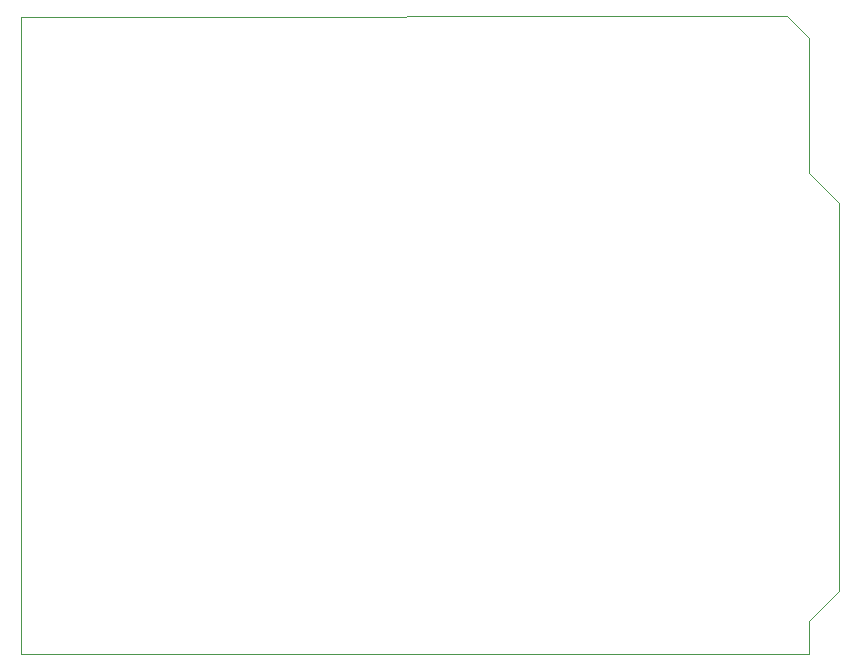
<source format=gbr>
%TF.GenerationSoftware,KiCad,Pcbnew,(6.0.5)*%
%TF.CreationDate,2022-06-24T12:54:37+01:00*%
%TF.ProjectId,Driver PCB,44726976-6572-4205-9043-422e6b696361,0*%
%TF.SameCoordinates,Original*%
%TF.FileFunction,Profile,NP*%
%FSLAX46Y46*%
G04 Gerber Fmt 4.6, Leading zero omitted, Abs format (unit mm)*
G04 Created by KiCad (PCBNEW (6.0.5)) date 2022-06-24 12:54:37*
%MOMM*%
%LPD*%
G01*
G04 APERTURE LIST*
%TA.AperFunction,Profile*%
%ADD10C,0.100000*%
%TD*%
G04 APERTURE END LIST*
D10*
X156012000Y-54796000D02*
X155992000Y-54776000D01*
X157822000Y-105966000D02*
X160352000Y-103416000D01*
X160352000Y-103416000D02*
X160352000Y-70576000D01*
X160352000Y-70576000D02*
X157812000Y-68036000D01*
X157812000Y-68036000D02*
X157832000Y-56606000D01*
X91102000Y-108776000D02*
X91102000Y-108796000D01*
X91102000Y-108796000D02*
X157802000Y-108786000D01*
X157802000Y-108786000D02*
X157822000Y-108786000D01*
X91102000Y-54786000D02*
X91102000Y-108776000D01*
X157822000Y-108786000D02*
X157822000Y-105966000D01*
X155992000Y-54776000D02*
X91102000Y-54786000D01*
X157832000Y-56606000D02*
X156012000Y-54796000D01*
M02*

</source>
